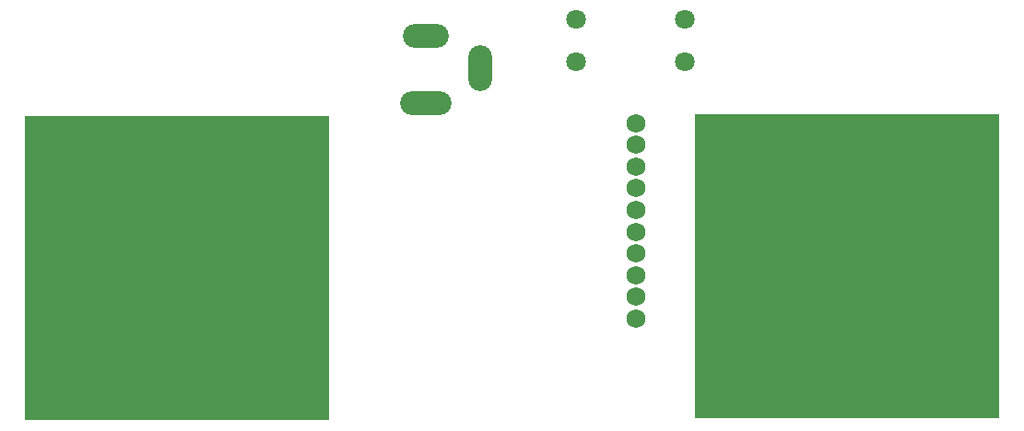
<source format=gbs>
G04*
G04 #@! TF.GenerationSoftware,Altium Limited,CircuitMaker,2.2.1 (2.2.1.6)*
G04*
G04 Layer_Color=8150272*
%FSLAX25Y25*%
%MOIN*%
G70*
G04*
G04 #@! TF.SameCoordinates,1CA14471-211C-46C3-BCAE-CC66E2904901*
G04*
G04*
G04 #@! TF.FilePolarity,Negative*
G04*
G01*
G75*
%ADD14O,0.08674X0.16548*%
%ADD15O,0.16548X0.08674*%
%ADD16O,0.18516X0.08674*%
%ADD17C,0.06800*%
%ADD18C,0.07099*%
%ADD25R,1.10433X1.10433*%
D14*
X184646Y185433D02*
D03*
D15*
X164961Y197244D02*
D03*
D16*
Y172835D02*
D03*
D17*
X240945Y157874D02*
D03*
Y165748D02*
D03*
Y126378D02*
D03*
Y134252D02*
D03*
Y150000D02*
D03*
Y142126D02*
D03*
Y110630D02*
D03*
Y118504D02*
D03*
Y102756D02*
D03*
Y94882D02*
D03*
D18*
X258661Y203150D02*
D03*
X219291D02*
D03*
X258661Y187795D02*
D03*
X219291D02*
D03*
D25*
X317421Y113779D02*
D03*
X75000Y113189D02*
D03*
M02*

</source>
